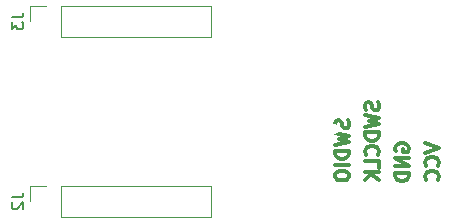
<source format=gbo>
G04 #@! TF.FileFunction,Legend,Bot*
%FSLAX46Y46*%
G04 Gerber Fmt 4.6, Leading zero omitted, Abs format (unit mm)*
G04 Created by KiCad (PCBNEW 4.0.7) date 06/20/18 00:36:37*
%MOMM*%
%LPD*%
G01*
G04 APERTURE LIST*
%ADD10C,0.100000*%
%ADD11C,0.300000*%
%ADD12C,0.120000*%
%ADD13C,0.150000*%
%ADD14R,2.100000X2.100000*%
%ADD15O,2.100000X2.100000*%
%ADD16C,0.900000*%
G04 APERTURE END LIST*
D10*
D11*
X96751714Y-61719142D02*
X96808857Y-61890571D01*
X96808857Y-62176285D01*
X96751714Y-62290571D01*
X96694571Y-62347714D01*
X96580286Y-62404857D01*
X96466000Y-62404857D01*
X96351714Y-62347714D01*
X96294571Y-62290571D01*
X96237429Y-62176285D01*
X96180286Y-61947714D01*
X96123143Y-61833428D01*
X96066000Y-61776285D01*
X95951714Y-61719142D01*
X95837429Y-61719142D01*
X95723143Y-61776285D01*
X95666000Y-61833428D01*
X95608857Y-61947714D01*
X95608857Y-62233428D01*
X95666000Y-62404857D01*
X95608857Y-62804857D02*
X96808857Y-63090571D01*
X95951714Y-63319142D01*
X96808857Y-63547714D01*
X95608857Y-63833428D01*
X96808857Y-64290571D02*
X95608857Y-64290571D01*
X95608857Y-64576286D01*
X95666000Y-64747714D01*
X95780286Y-64862000D01*
X95894571Y-64919143D01*
X96123143Y-64976286D01*
X96294571Y-64976286D01*
X96523143Y-64919143D01*
X96637429Y-64862000D01*
X96751714Y-64747714D01*
X96808857Y-64576286D01*
X96808857Y-64290571D01*
X96808857Y-65490571D02*
X95608857Y-65490571D01*
X95608857Y-66290572D02*
X95608857Y-66519143D01*
X95666000Y-66633429D01*
X95780286Y-66747715D01*
X96008857Y-66804857D01*
X96408857Y-66804857D01*
X96637429Y-66747715D01*
X96751714Y-66633429D01*
X96808857Y-66519143D01*
X96808857Y-66290572D01*
X96751714Y-66176286D01*
X96637429Y-66062000D01*
X96408857Y-66004857D01*
X96008857Y-66004857D01*
X95780286Y-66062000D01*
X95666000Y-66176286D01*
X95608857Y-66290572D01*
X99291714Y-60185714D02*
X99348857Y-60357143D01*
X99348857Y-60642857D01*
X99291714Y-60757143D01*
X99234571Y-60814286D01*
X99120286Y-60871429D01*
X99006000Y-60871429D01*
X98891714Y-60814286D01*
X98834571Y-60757143D01*
X98777429Y-60642857D01*
X98720286Y-60414286D01*
X98663143Y-60300000D01*
X98606000Y-60242857D01*
X98491714Y-60185714D01*
X98377429Y-60185714D01*
X98263143Y-60242857D01*
X98206000Y-60300000D01*
X98148857Y-60414286D01*
X98148857Y-60700000D01*
X98206000Y-60871429D01*
X98148857Y-61271429D02*
X99348857Y-61557143D01*
X98491714Y-61785714D01*
X99348857Y-62014286D01*
X98148857Y-62300000D01*
X99348857Y-62757143D02*
X98148857Y-62757143D01*
X98148857Y-63042858D01*
X98206000Y-63214286D01*
X98320286Y-63328572D01*
X98434571Y-63385715D01*
X98663143Y-63442858D01*
X98834571Y-63442858D01*
X99063143Y-63385715D01*
X99177429Y-63328572D01*
X99291714Y-63214286D01*
X99348857Y-63042858D01*
X99348857Y-62757143D01*
X99234571Y-64642858D02*
X99291714Y-64585715D01*
X99348857Y-64414286D01*
X99348857Y-64300000D01*
X99291714Y-64128572D01*
X99177429Y-64014286D01*
X99063143Y-63957143D01*
X98834571Y-63900000D01*
X98663143Y-63900000D01*
X98434571Y-63957143D01*
X98320286Y-64014286D01*
X98206000Y-64128572D01*
X98148857Y-64300000D01*
X98148857Y-64414286D01*
X98206000Y-64585715D01*
X98263143Y-64642858D01*
X99348857Y-65728572D02*
X99348857Y-65157143D01*
X98148857Y-65157143D01*
X99348857Y-66128572D02*
X98148857Y-66128572D01*
X99348857Y-66814287D02*
X98663143Y-66300001D01*
X98148857Y-66814287D02*
X98834571Y-66128572D01*
X100746000Y-64363715D02*
X100688857Y-64249429D01*
X100688857Y-64078000D01*
X100746000Y-63906572D01*
X100860286Y-63792286D01*
X100974571Y-63735143D01*
X101203143Y-63678000D01*
X101374571Y-63678000D01*
X101603143Y-63735143D01*
X101717429Y-63792286D01*
X101831714Y-63906572D01*
X101888857Y-64078000D01*
X101888857Y-64192286D01*
X101831714Y-64363715D01*
X101774571Y-64420858D01*
X101374571Y-64420858D01*
X101374571Y-64192286D01*
X101888857Y-64935143D02*
X100688857Y-64935143D01*
X101888857Y-65620858D01*
X100688857Y-65620858D01*
X101888857Y-66192286D02*
X100688857Y-66192286D01*
X100688857Y-66478001D01*
X100746000Y-66649429D01*
X100860286Y-66763715D01*
X100974571Y-66820858D01*
X101203143Y-66878001D01*
X101374571Y-66878001D01*
X101603143Y-66820858D01*
X101717429Y-66763715D01*
X101831714Y-66649429D01*
X101888857Y-66478001D01*
X101888857Y-66192286D01*
X103228857Y-63678001D02*
X104428857Y-64078001D01*
X103228857Y-64478001D01*
X104314571Y-65563715D02*
X104371714Y-65506572D01*
X104428857Y-65335143D01*
X104428857Y-65220857D01*
X104371714Y-65049429D01*
X104257429Y-64935143D01*
X104143143Y-64878000D01*
X103914571Y-64820857D01*
X103743143Y-64820857D01*
X103514571Y-64878000D01*
X103400286Y-64935143D01*
X103286000Y-65049429D01*
X103228857Y-65220857D01*
X103228857Y-65335143D01*
X103286000Y-65506572D01*
X103343143Y-65563715D01*
X104314571Y-66763715D02*
X104371714Y-66706572D01*
X104428857Y-66535143D01*
X104428857Y-66420857D01*
X104371714Y-66249429D01*
X104257429Y-66135143D01*
X104143143Y-66078000D01*
X103914571Y-66020857D01*
X103743143Y-66020857D01*
X103514571Y-66078000D01*
X103400286Y-66135143D01*
X103286000Y-66249429D01*
X103228857Y-66420857D01*
X103228857Y-66535143D01*
X103286000Y-66706572D01*
X103343143Y-66763715D01*
D12*
X85150000Y-67250000D02*
X85150000Y-69910000D01*
X72390000Y-67250000D02*
X85150000Y-67250000D01*
X72390000Y-69910000D02*
X85150000Y-69910000D01*
X72390000Y-67250000D02*
X72390000Y-69910000D01*
X71120000Y-67250000D02*
X69790000Y-67250000D01*
X69790000Y-67250000D02*
X69790000Y-68580000D01*
X85150000Y-52010000D02*
X85150000Y-54670000D01*
X72390000Y-52010000D02*
X85150000Y-52010000D01*
X72390000Y-54670000D02*
X85150000Y-54670000D01*
X72390000Y-52010000D02*
X72390000Y-54670000D01*
X71120000Y-52010000D02*
X69790000Y-52010000D01*
X69790000Y-52010000D02*
X69790000Y-53340000D01*
D13*
X68242381Y-68246667D02*
X68956667Y-68246667D01*
X69099524Y-68199047D01*
X69194762Y-68103809D01*
X69242381Y-67960952D01*
X69242381Y-67865714D01*
X68337619Y-68675238D02*
X68290000Y-68722857D01*
X68242381Y-68818095D01*
X68242381Y-69056191D01*
X68290000Y-69151429D01*
X68337619Y-69199048D01*
X68432857Y-69246667D01*
X68528095Y-69246667D01*
X68670952Y-69199048D01*
X69242381Y-68627619D01*
X69242381Y-69246667D01*
X68242381Y-53006667D02*
X68956667Y-53006667D01*
X69099524Y-52959047D01*
X69194762Y-52863809D01*
X69242381Y-52720952D01*
X69242381Y-52625714D01*
X68242381Y-53387619D02*
X68242381Y-54006667D01*
X68623333Y-53673333D01*
X68623333Y-53816191D01*
X68670952Y-53911429D01*
X68718571Y-53959048D01*
X68813810Y-54006667D01*
X69051905Y-54006667D01*
X69147143Y-53959048D01*
X69194762Y-53911429D01*
X69242381Y-53816191D01*
X69242381Y-53530476D01*
X69194762Y-53435238D01*
X69147143Y-53387619D01*
%LPC*%
D14*
X71120000Y-68580000D03*
D15*
X73660000Y-68580000D03*
X76200000Y-68580000D03*
X78740000Y-68580000D03*
X81280000Y-68580000D03*
X83820000Y-68580000D03*
D14*
X71120000Y-53340000D03*
D15*
X73660000Y-53340000D03*
X76200000Y-53340000D03*
X78740000Y-53340000D03*
X81280000Y-53340000D03*
X83820000Y-53340000D03*
D14*
X103886000Y-68580000D03*
D15*
X101346000Y-68580000D03*
X98806000Y-68580000D03*
X96266000Y-68580000D03*
D16*
X95504000Y-62484000D03*
X99463500Y-55095500D03*
X72898000Y-66416000D03*
X86804500Y-66421000D03*
X82486500Y-60960000D03*
X75755500Y-60960000D03*
X86868000Y-56832500D03*
X86868000Y-61468000D03*
X96139000Y-58420000D03*
X93840000Y-58596000D03*
X75184000Y-64262000D03*
X69151500Y-58229500D03*
X86741000Y-62738000D03*
X89433400Y-56464200D03*
X76835000Y-56134000D03*
X71551800Y-54724300D03*
X70751700Y-54724300D03*
X72370000Y-59636000D03*
X93140000Y-58326000D03*
M02*

</source>
